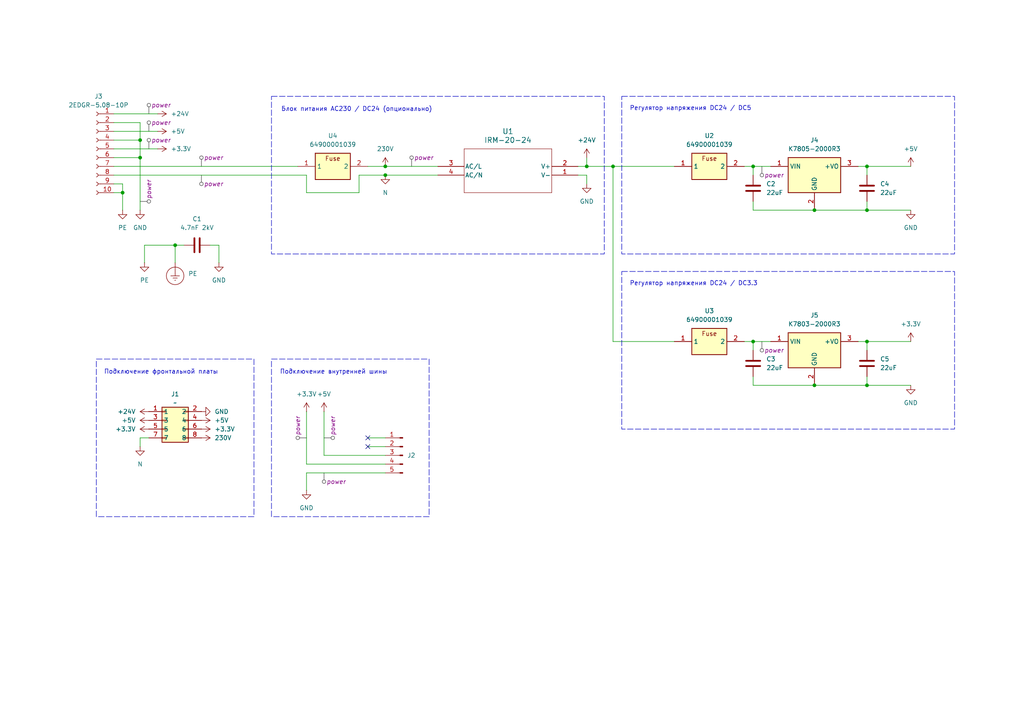
<source format=kicad_sch>
(kicad_sch (version 20231120) (generator "eeschema") (generator_version "8.0")
  (paper "A4")
  (lib_symbols
    (symbol "Mechanical:MountingHole" (pin_names (offset 1.016)) (exclude_from_sim yes) (in_bom no)
      (property "Reference" "H" (at 0 5.08 0))
      (property "Value" "MountingHole" (at 0 3.175 0))
      (symbol "MountingHole_0_1"
        (circle (center 0 0) (radius 1.27) (stroke (width 1.27)))
      )
    )
    (symbol "kicad_inventree_lib:C_22uF_50V_2220" (pin_numbers hide) (pin_names (offset 0.254))
      (property "Reference" "C" (at 0.635 2.54 0))
      (property "Value" "22uF" (at 0.635 -2.54 0))
      (symbol "C_22uF_50V_2220_0_1"
        (polyline (pts (xy -2.032 -0.762) (xy 2.032 -0.762)) (stroke (width 0.508)))
        (polyline (pts (xy -2.032 0.762) (xy 2.032 0.762)) (stroke (width 0.508)))
      )
      (symbol "C_22uF_50V_2220_1_1"
        (pin passive line (at 0 3.81 270) (length 2.794) (name "~") (number "1"))
        (pin passive line (at 0 -3.81 90) (length 2.794) (name "~") (number "2"))
      )
    )
    (symbol "kicad_inventree_lib:C_4.7nF_2kV_1812" (pin_numbers hide) (pin_names (offset 0.254))
      (property "Reference" "C" (at 0.635 2.54 0))
      (property "Value" "4.7nF 2kV" (at 0.635 -2.54 0))
      (symbol "C_4.7nF_2kV_1812_0_1"
        (polyline (pts (xy -2.032 -0.762) (xy 2.032 -0.762)) (stroke (width 0.508)))
        (polyline (pts (xy -2.032 0.762) (xy 2.032 0.762)) (stroke (width 0.508)))
      )
      (symbol "C_4.7nF_2kV_1812_1_1"
        (pin passive line (at 0 3.81 270) (length 2.794) (name "~") (number "1"))
        (pin passive line (at 0 -3.81 90) (length 2.794) (name "~") (number "2"))
      )
    )
    (symbol "kicad_inventree_lib:Degson_2EDGR-5.08-10P" (pin_names (offset 1.016) hide)
      (property "Reference" "J" (at 0 2.54 0))
      (property "Value" "2EDGR-5.08-10P" (at -2.794 -26.162 0))
      (symbol "Degson_2EDGR-5.08-10P_1_1"
        (arc (start 0 -22.352) (mid -0.5058 -22.86) (end 0 -23.368) (stroke (width 0.1524)))
        (arc (start 0 -19.812) (mid -0.5058 -20.32) (end 0 -20.828) (stroke (width 0.1524)))
        (arc (start 0 -17.272) (mid -0.5058 -17.78) (end 0 -18.288) (stroke (width 0.1524)))
        (arc (start 0 -14.732) (mid -0.5058 -15.24) (end 0 -15.748) (stroke (width 0.1524)))
        (arc (start 0 -12.192) (mid -0.5058 -12.7) (end 0 -13.208) (stroke (width 0.1524)))
        (arc (start 0 -9.652) (mid -0.5058 -10.16) (end 0 -10.668) (stroke (width 0.1524)))
        (arc (start 0 -7.112) (mid -0.5058 -7.62) (end 0 -8.128) (stroke (width 0.1524)))
        (arc (start 0 -4.572) (mid -0.5058 -5.08) (end 0 -5.588) (stroke (width 0.1524)))
        (arc (start 0 -2.032) (mid -0.5058 -2.54) (end 0 -3.048) (stroke (width 0.1524)))
        (polyline (pts (xy -1.27 -22.86) (xy -0.508 -22.86)) (stroke (width 0.1524)))
        (polyline (pts (xy -1.27 -20.32) (xy -0.508 -20.32)) (stroke (width 0.1524)))
        (polyline (pts (xy -1.27 -17.78) (xy -0.508 -17.78)) (stroke (width 0.1524)))
        (polyline (pts (xy -1.27 -15.24) (xy -0.508 -15.24)) (stroke (width 0.1524)))
        (polyline (pts (xy -1.27 -12.7) (xy -0.508 -12.7)) (stroke (width 0.1524)))
        (polyline (pts (xy -1.27 -10.16) (xy -0.508 -10.16)) (stroke (width 0.1524)))
        (polyline (pts (xy -1.27 -7.62) (xy -0.508 -7.62)) (stroke (width 0.1524)))
        (polyline (pts (xy -1.27 -5.08) (xy -0.508 -5.08)) (stroke (width 0.1524)))
        (polyline (pts (xy -1.27 -2.54) (xy -0.508 -2.54)) (stroke (width 0.1524)))
        (polyline (pts (xy -1.27 0) (xy -0.508 0)) (stroke (width 0.1524)))
        (arc (start 0 0.508) (mid -0.5058 0) (end 0 -0.508) (stroke (width 0.1524)))
        (pin passive line (at -5.08 0 0) (length 3.81) (name "Pin_1") (number "1"))
        (pin passive line (at -5.08 -22.86 0) (length 3.81) (name "Pin_10") (number "10"))
        (pin passive line (at -5.08 -2.54 0) (length 3.81) (name "Pin_2") (number "2"))
        (pin passive line (at -5.08 -5.08 0) (length 3.81) (name "Pin_3") (number "3"))
        (pin passive line (at -5.08 -7.62 0) (length 3.81) (name "Pin_4") (number "4"))
        (pin passive line (at -5.08 -10.16 0) (length 3.81) (name "Pin_5") (number "5"))
        (pin passive line (at -5.08 -12.7 0) (length 3.81) (name "Pin_6") (number "6"))
        (pin passive line (at -5.08 -15.24 0) (length 3.81) (name "Pin_7") (number "7"))
        (pin passive line (at -5.08 -17.78 0) (length 3.81) (name "Pin_8") (number "8"))
        (pin passive line (at -5.08 -20.32 0) (length 3.81) (name "Pin_9") (number "9"))
      )
    )
    (symbol "kicad_inventree_lib:Fuseholder"
      (property "Reference" "U" (at -0.762 5.588 0))
      (property "Value" "64900001039" (at -6.35 3.302 0))
      (symbol "Fuseholder_1_1"
        (rectangle (start -5.08 0) (end 5.08 -7.62) (stroke (width 0.254)) (fill (type background)))
        (text "Fuse" (at 0 -1.524 0) (effects (font (size 1.27 1.27))))
        (pin passive line (at -10.16 -3.81 0) (length 5.08) (name "1") (number "1"))
        (pin passive line (at 10.16 -3.81 180) (length 5.08) (name "2") (number "2"))
      )
    )
    (symbol "kicad_inventree_lib:IRM-20-24" (pin_names (offset 0.254))
      (property "Reference" "U" (at 0 5.08 0))
      (property "Value" "IRM-20-24" (at 0 2.54 0))
      (symbol "IRM-20-24_0_1"
        (polyline (pts (xy -12.7 -12.7) (xy 12.7 -12.7)) (stroke (width 0.127)))
        (polyline (pts (xy -12.7 0) (xy -12.7 -12.7)) (stroke (width 0.127)))
        (polyline (pts (xy 12.7 -12.7) (xy 12.7 0)) (stroke (width 0.127)))
        (polyline (pts (xy 12.7 0) (xy -12.7 0)) (stroke (width 0.127)))
        (pin power_in line (at 20.32 -7.62 180) (length 7.62) (name "V-") (number "1"))
        (pin power_in line (at 20.32 -5.08 180) (length 7.62) (name "V+") (number "2"))
        (pin unspecified line (at -20.32 -5.08 0) (length 7.62) (name "AC/L") (number "3"))
        (pin unspecified line (at -20.32 -7.62 0) (length 7.62) (name "AC/N") (number "4"))
      )
    )
    (symbol "kicad_inventree_lib:K7803-2000R3"
      (property "Reference" "J" (at -0.762 6.35 0))
      (property "Value" "K7803-2000R3" (at -7.112 3.556 0))
      (symbol "K7803-2000R3_1_1"
        (rectangle (start -7.62 0) (end 7.62 -10.16) (stroke (width 0.254)) (fill (type background)))
        (pin passive line (at -12.7 -2.54 0) (length 5.08) (name "VIN") (number "1"))
        (pin passive line (at 0 -15.24 90) (length 5.08) (name "GND") (number "2"))
        (pin passive line (at 12.7 -2.54 180) (length 5.08) (name "+VO") (number "3"))
      )
    )
    (symbol "kicad_inventree_lib:K7805-2000R3"
      (property "Reference" "J" (at -0.762 6.35 0))
      (property "Value" "K7805-2000R3" (at -7.112 3.556 0))
      (symbol "K7805-2000R3_1_1"
        (rectangle (start -7.62 0) (end 7.62 -10.16) (stroke (width 0.254)) (fill (type background)))
        (pin passive line (at -12.7 -2.54 0) (length 5.08) (name "VIN") (number "1"))
        (pin passive line (at 0 -15.24 90) (length 5.08) (name "GND") (number "2"))
        (pin passive line (at 12.7 -2.54 180) (length 5.08) (name "+VO") (number "3"))
      )
    )
    (symbol "kicad_inventree_lib:PE" (pin_numbers hide) (pin_names (offset 0) hide) (in_bom no)
      (property "Value" "PE" (at 0 -7.62 0))
      (symbol "PE_0_1"
        (circle (center 0 -3.81) (radius 2.54))
        (polyline (pts (xy -0.635 -4.445) (xy 0.635 -4.445)))
        (polyline (pts (xy -0.127 -5.08) (xy 0.127 -5.08)))
        (polyline (pts (xy 0 -3.81) (xy 0 0)))
        (polyline (pts (xy 1.27 -3.81) (xy -1.27 -3.81)))
      )
      (symbol "PE_1_1"
        (pin power_in line (at 0 0 270) (length 0) (name "~") (number "1"))
      )
    )
    (symbol "kicad_inventree_lib:PM-front-02x04" (in_bom no)
      (property "Reference" "J" (at 0 3.81 0))
      (symbol "PM-front-02x04_1_1"
        (rectangle (start -3.81 -8.763) (end -2.54 -9.017) (stroke (width 0.1524)))
        (rectangle (start -3.81 -6.223) (end -2.54 -6.477) (stroke (width 0.1524)))
        (rectangle (start -3.81 -3.683) (end -2.54 -3.937) (stroke (width 0.1524)))
        (rectangle (start -3.81 -1.143) (end -2.54 -1.397) (stroke (width 0.1524)))
        (rectangle (start -3.81 0) (end 3.81 -10.16) (stroke (width 0.254)) (fill (type background)))
        (rectangle (start 3.81 -8.763) (end 2.54 -9.017) (stroke (width 0.1524)))
        (rectangle (start 3.81 -6.223) (end 2.54 -6.477) (stroke (width 0.1524)))
        (rectangle (start 3.81 -3.683) (end 2.54 -3.937) (stroke (width 0.1524)))
        (rectangle (start 3.81 -1.143) (end 2.54 -1.397) (stroke (width 0.1524)))
        (pin passive line (at -7.62 -1.27 0) (length 3.81) (name "1") (number "1"))
        (pin passive line (at 7.62 -1.27 180) (length 3.81) (name "2") (number "2"))
        (pin passive line (at -7.62 -3.81 0) (length 3.81) (name "3") (number "3"))
        (pin passive line (at 7.62 -3.81 180) (length 3.81) (name "4") (number "4"))
        (pin passive line (at -7.62 -6.35 0) (length 3.81) (name "5") (number "5"))
        (pin passive line (at 7.62 -6.35 180) (length 3.81) (name "6") (number "6"))
        (pin passive line (at -7.62 -8.89 0) (length 3.81) (name "7") (number "7"))
        (pin passive line (at 7.62 -8.89 180) (length 3.81) (name "8") (number "8"))
      )
    )
    (symbol "kicad_inventree_lib:PinHeader_01x05_P2.54_THT_angle" (pin_names (offset 1.016) hide)
      (property "Reference" "J" (at 0 7.62 0))
      (property "Value" "PinHeader_01x05_P2.54_THT_angle" (at 0 -7.62 0))
      (symbol "PinHeader_01x05_P2.54_THT_angle_1_1"
        (polyline (pts (xy 1.27 -5.08) (xy 0.8636 -5.08)) (stroke (width 0.1524)))
        (polyline (pts (xy 1.27 -2.54) (xy 0.8636 -2.54)) (stroke (width 0.1524)))
        (polyline (pts (xy 1.27 0) (xy 0.8636 0)) (stroke (width 0.1524)))
        (polyline (pts (xy 1.27 2.54) (xy 0.8636 2.54)) (stroke (width 0.1524)))
        (polyline (pts (xy 1.27 5.08) (xy 0.8636 5.08)) (stroke (width 0.1524)))
        (rectangle (start 0.8636 -4.953) (end 0 -5.207) (stroke (width 0.1524)) (fill (type outline)))
        (rectangle (start 0.8636 -2.413) (end 0 -2.667) (stroke (width 0.1524)) (fill (type outline)))
        (rectangle (start 0.8636 0.127) (end 0 -0.127) (stroke (width 0.1524)) (fill (type outline)))
        (rectangle (start 0.8636 2.667) (end 0 2.413) (stroke (width 0.1524)) (fill (type outline)))
        (rectangle (start 0.8636 5.207) (end 0 4.953) (stroke (width 0.1524)) (fill (type outline)))
        (pin passive line (at 5.08 5.08 180) (length 3.81) (name "Pin_1") (number "1"))
        (pin passive line (at 5.08 2.54 180) (length 3.81) (name "Pin_2") (number "2"))
        (pin passive line (at 5.08 0 180) (length 3.81) (name "Pin_3") (number "3"))
        (pin passive line (at 5.08 -2.54 180) (length 3.81) (name "Pin_4") (number "4"))
        (pin passive line (at 5.08 -5.08 180) (length 3.81) (name "Pin_5") (number "5"))
      )
    )
    (symbol "power:+24V" (power) (pin_numbers hide) (pin_names (offset 0) hide)
      (property "Value" "+24V" (at 0 3.556 0))
      (symbol "+24V_0_1"
        (polyline (pts (xy -0.762 1.27) (xy 0 2.54)))
        (polyline (pts (xy 0 0) (xy 0 2.54)))
        (polyline (pts (xy 0 2.54) (xy 0.762 1.27)))
      )
      (symbol "+24V_1_1"
        (pin power_in line (at 0 0 90) (length 0) (name "~") (number "1"))
      )
    )
    (symbol "power:+3.3V" (power) (pin_numbers hide) (pin_names (offset 0) hide)
      (property "Value" "+3.3V" (at 0 3.556 0))
      (symbol "+3.3V_0_1"
        (polyline (pts (xy -0.762 1.27) (xy 0 2.54)))
        (polyline (pts (xy 0 0) (xy 0 2.54)))
        (polyline (pts (xy 0 2.54) (xy 0.762 1.27)))
      )
      (symbol "+3.3V_1_1"
        (pin power_in line (at 0 0 90) (length 0) (name "~") (number "1"))
      )
    )
    (symbol "power:+5V" (power) (pin_numbers hide) (pin_names (offset 0) hide)
      (property "Value" "+5V" (at 0 3.556 0))
      (symbol "+5V_0_1"
        (polyline (pts (xy -0.762 1.27) (xy 0 2.54)))
        (polyline (pts (xy 0 0) (xy 0 2.54)))
        (polyline (pts (xy 0 2.54) (xy 0.762 1.27)))
      )
      (symbol "+5V_1_1"
        (pin power_in line (at 0 0 90) (length 0) (name "~") (number "1"))
      )
    )
    (symbol "power:GND" (power) (pin_numbers hide) (pin_names (offset 0) hide)
      (property "Value" "GND" (at 0 -3.81 0))
      (symbol "GND_0_1"
        (polyline (pts (xy 0 0) (xy 0 -1.27) (xy 1.27 -1.27) (xy 0 -2.54) (xy -1.27 -1.27) (xy 0 -1.27)))
      )
      (symbol "GND_1_1"
        (pin power_in line (at 0 0 270) (length 0) (name "~") (number "1"))
      )
    )
  )
  (junction (at 218.44 48.26))
  (junction (at 170.18 48.26))
  (junction (at 40.64 45.72))
  (junction (at 236.22 60.96))
  (junction (at 40.64 40.64))
  (junction (at 236.22 111.76))
  (junction (at 111.76 48.26))
  (junction (at 218.44 99.06))
  (junction (at 251.46 99.06))
  (junction (at 251.46 111.76))
  (junction (at 35.56 55.88))
  (junction (at 50.8 71.12))
  (junction (at 251.46 60.96))
  (junction (at 177.8 48.26))
  (junction (at 251.46 48.26))
  (junction (at 111.76 50.8))
  (no_connect (at 106.68 129.54))
  (no_connect (at 106.68 127))
  (wire (pts (xy 35.56 53.34) (xy 33.02 53.34)))
  (wire (pts (xy 40.64 40.64) (xy 40.64 35.56)))
  (wire (pts (xy 218.44 111.76) (xy 218.44 109.22)))
  (wire (pts (xy 35.56 60.96) (xy 35.56 55.88)))
  (wire (pts (xy 215.9 48.26) (xy 218.44 48.26)))
  (wire (pts (xy 41.91 71.12) (xy 50.8 71.12)))
  (wire (pts (xy 251.46 58.42) (xy 251.46 60.96)))
  (wire (pts (xy 104.14 50.8) (xy 111.76 50.8)))
  (wire (pts (xy 195.58 99.06) (xy 177.8 99.06)))
  (wire (pts (xy 88.9 137.16) (xy 88.9 142.24)))
  (wire (pts (xy 88.9 50.8) (xy 88.9 55.88)))
  (wire (pts (xy 88.9 134.62) (xy 111.76 134.62)))
  (wire (pts (xy 50.8 71.12) (xy 50.8 76.2)))
  (wire (pts (xy 248.92 99.06) (xy 251.46 99.06)))
  (wire (pts (xy 40.64 35.56) (xy 33.02 35.56)))
  (wire (pts (xy 218.44 60.96) (xy 236.22 60.96)))
  (wire (pts (xy 170.18 48.26) (xy 177.8 48.26)))
  (wire (pts (xy 104.14 50.8) (xy 104.14 55.88)))
  (wire (pts (xy 33.02 43.18) (xy 45.72 43.18)))
  (wire (pts (xy 167.64 48.26) (xy 170.18 48.26)))
  (wire (pts (xy 106.68 48.26) (xy 111.76 48.26)))
  (wire (pts (xy 35.56 55.88) (xy 35.56 53.34)))
  (wire (pts (xy 218.44 48.26) (xy 223.52 48.26)))
  (wire (pts (xy 33.02 38.1) (xy 45.72 38.1)))
  (wire (pts (xy 111.76 48.26) (xy 127 48.26)))
  (wire (pts (xy 93.98 132.08) (xy 111.76 132.08)))
  (wire (pts (xy 251.46 48.26) (xy 251.46 50.8)))
  (wire (pts (xy 236.22 60.96) (xy 251.46 60.96)))
  (wire (pts (xy 251.46 111.76) (xy 264.16 111.76)))
  (wire (pts (xy 106.68 127) (xy 111.76 127)))
  (wire (pts (xy 88.9 137.16) (xy 111.76 137.16)))
  (wire (pts (xy 251.46 99.06) (xy 264.16 99.06)))
  (wire (pts (xy 111.76 50.8) (xy 127 50.8)))
  (wire (pts (xy 170.18 50.8) (xy 170.18 53.34)))
  (wire (pts (xy 251.46 109.22) (xy 251.46 111.76)))
  (wire (pts (xy 177.8 48.26) (xy 177.8 99.06)))
  (wire (pts (xy 251.46 99.06) (xy 251.46 101.6)))
  (wire (pts (xy 33.02 40.64) (xy 40.64 40.64)))
  (wire (pts (xy 215.9 99.06) (xy 218.44 99.06)))
  (wire (pts (xy 88.9 55.88) (xy 104.14 55.88)))
  (wire (pts (xy 93.98 119.38) (xy 93.98 132.08)))
  (wire (pts (xy 218.44 48.26) (xy 218.44 50.8)))
  (wire (pts (xy 236.22 111.76) (xy 251.46 111.76)))
  (wire (pts (xy 33.02 55.88) (xy 35.56 55.88)))
  (wire (pts (xy 63.5 71.12) (xy 63.5 76.2)))
  (wire (pts (xy 41.91 76.2) (xy 41.91 71.12)))
  (wire (pts (xy 106.68 129.54) (xy 111.76 129.54)))
  (wire (pts (xy 33.02 48.26) (xy 86.36 48.26)))
  (wire (pts (xy 248.92 48.26) (xy 251.46 48.26)))
  (wire (pts (xy 170.18 48.26) (xy 170.18 45.72)))
  (wire (pts (xy 40.64 129.54) (xy 40.64 127)))
  (wire (pts (xy 40.64 45.72) (xy 40.64 60.96)))
  (wire (pts (xy 251.46 48.26) (xy 264.16 48.26)))
  (wire (pts (xy 33.02 50.8) (xy 88.9 50.8)))
  (wire (pts (xy 218.44 99.06) (xy 218.44 101.6)))
  (wire (pts (xy 218.44 111.76) (xy 236.22 111.76)))
  (wire (pts (xy 60.96 71.12) (xy 63.5 71.12)))
  (wire (pts (xy 177.8 48.26) (xy 195.58 48.26)))
  (wire (pts (xy 40.64 127) (xy 43.18 127)))
  (wire (pts (xy 53.34 71.12) (xy 50.8 71.12)))
  (wire (pts (xy 33.02 33.02) (xy 45.72 33.02)))
  (wire (pts (xy 218.44 99.06) (xy 223.52 99.06)))
  (wire (pts (xy 40.64 45.72) (xy 40.64 40.64)))
  (wire (pts (xy 33.02 45.72) (xy 40.64 45.72)))
  (wire (pts (xy 167.64 50.8) (xy 170.18 50.8)))
  (wire (pts (xy 251.46 60.96) (xy 264.16 60.96)))
  (wire (pts (xy 218.44 60.96) (xy 218.44 58.42)))
  (wire (pts (xy 88.9 119.38) (xy 88.9 134.62)))
  (rectangle (start 27.94 104.14) (end 73.66 149.86) (stroke (width 0) (type dash)))
  (rectangle (start 180.34 27.94) (end 276.86 73.66) (stroke (width 0) (type dash)))
  (rectangle (start 78.74 104.14) (end 124.46 149.86) (stroke (width 0) (type dash)))
  (rectangle (start 78.74 27.94) (end 175.26 73.66) (stroke (width 0) (type dash)))
  (rectangle (start 180.34 78.74) (end 276.86 124.46) (stroke (width 0) (type dash)))
  (text "Регулятор напряжения DC24 / DC3.3" (at 182.626 82.296 0) (effects (font (size 1.27 1.27)) (justify left)))
  (text "Блок питания AC230 / DC24 (опционально)" (at 81.534 31.75 0) (effects (font (size 1.27 1.27)) (justify left)))
  (text "Подключение фронтальной платы" (at 46.736 107.95 0) (effects (font (size 1.27 1.27))))
  (text "Подключение внутренней шины" (at 96.774 107.95 0) (effects (font (size 1.27 1.27))))
  (text "Регулятор напряжения DC24 / DC5" (at 182.626 31.496 0) (effects (font (size 1.27 1.27)) (justify left)))
  (netclass_flag "" (length 2.54) (shape round) (at 43.18 38.1 0) (property "Netclass" "power" (at 43.8785 35.56 0) (effects (font (italic yes)) (justify left))))
  (netclass_flag "" (length 2.54) (shape round) (at 88.9 127 90) (property "Netclass" "power" (at 86.36 126.3015 90) (effects (font (italic yes)) (justify left))))
  (netclass_flag "" (length 2.54) (shape round) (at 93.98 137.16 180) (property "Netclass" "power" (at 94.6785 139.7 0) (effects (font (italic yes)) (justify left))))
  (netclass_flag "" (length 2.54) (shape round) (at 43.18 43.18 0) (property "Netclass" "power" (at 43.8785 40.64 0) (effects (font (italic yes)) (justify left))))
  (netclass_flag "" (length 2.54) (shape round) (at 43.18 33.02 0) (property "Netclass" "power" (at 43.8785 30.48 0) (effects (font (italic yes)) (justify left))))
  (netclass_flag "" (length 2.54) (shape round) (at 40.64 58.42 270) (property "Netclass" "power" (at 43.18 57.7215 90) (effects (font (italic yes)) (justify left))))
  (netclass_flag "" (length 2.54) (shape round) (at 220.98 48.26 180) (property "Netclass" "power" (at 221.6785 50.8 0) (effects (font (italic yes)) (justify left))))
  (netclass_flag "" (length 2.54) (shape round) (at 119.38 48.26 0) (property "Netclass" "power" (at 120.0785 45.72 0) (effects (font (italic yes)) (justify left))))
  (netclass_flag "" (length 2.54) (shape round) (at 220.98 99.06 180) (property "Netclass" "power" (at 221.6785 101.6 0) (effects (font (italic yes)) (justify left))))
  (netclass_flag "" (length 2.54) (shape round) (at 93.98 127 270) (property "Netclass" "power" (at 96.52 126.3015 90) (effects (font (italic yes)) (justify left))))
  (netclass_flag "" (length 2.54) (shape round) (at 58.42 50.8 180) (property "Netclass" "power" (at 59.1185 53.34 0) (effects (font (italic yes)) (justify left))))
  (netclass_flag "" (length 2.54) (shape round) (at 58.42 48.26 0) (property "Netclass" "power" (at 59.1185 45.72 0) (effects (font (italic yes)) (justify left))))
  (symbol (lib_id "kicad_inventree_lib:C_22uF_50V_2220") (at 251.46 54.61 0) (unit 1)
    (property "Reference" "C4" (at 255.27 53.3399 0) (effects (justify left)))
    (property "Value" "22uF" (at 255.27 55.8799 0) (effects (justify left)))
    (property "Footprint" "kicad_inventree_lib:C_2220_5750Metric_Pad1.97x5.40mm_HandSolder" (effects (hide yes)))
    (property "Datasheet" "http://inventree.network/part/99/" (effects (hide yes)))
    (property "Description" "Unpolarized capacitor" (effects (hide yes)))
    (property "part_ipn" "C_22uF_50V_2220" (effects (hide yes)))
  )
  (symbol (lib_id "power:+24V") (at 45.72 33.02 270) (unit 1)
    (property "Reference" "#PWR09" (effects (hide yes)))
    (property "Value" "+24V" (at 49.53 33.0199 90) (effects (justify left)))
    (property "Description" "Power symbol creates a global label with name \"+24V\"" (effects (hide yes)))
  )
  (symbol (lib_id "kicad_inventree_lib:PE") (at 50.8 76.2 0) (unit 1) (in_bom no)
    (property "Reference" "PE1" (effects (hide yes)))
    (property "Value" "PE" (at 54.61 79.3749 0) (effects (justify left)))
    (property "Footprint" "kicad_inventree_lib:PE" (effects (hide yes)))
    (property "Description" "Power symbol creates a global label with name \"Earth_Protective\"" (effects (hide yes)))
  )
  (symbol (lib_id "Mechanical:MountingHole") (at 279.4 254 0) (unit 1) (exclude_from_sim yes) (in_bom no)
    (property "Reference" "H1" (at 281.94 252.7299 0) (effects (justify left)))
    (property "Value" "MountingHole" (at 281.94 255.2699 0) (effects (justify left)))
    (property "Footprint" "MountingHole:MountingHole_3.2mm_M3" (effects (hide yes)))
    (property "Description" "Mounting Hole without connection" (effects (hide yes)))
  )
  (symbol (lib_id "power:+5V") (at 58.42 127 270) (unit 1)
    (property "Reference" "#PWR017" (effects (hide yes)))
    (property "Value" "230V" (at 62.23 126.9999 90) (effects (justify left)))
    (property "Description" "Power symbol creates a global label with name \"+5V\"" (effects (hide yes)))
  )
  (symbol (lib_id "kicad_inventree_lib:PM-front-02x04") (at 50.8 118.11 0) (unit 1) (in_bom no)
    (property "Reference" "J1" (at 50.8 114.3 0))
    (property "Value" "~" (at 50.8 116.84 0))
    (property "Footprint" "kicad_inventree_lib:PM-front-02x04" (effects (hide yes)))
  )
  (symbol (lib_id "power:+24V") (at 170.18 45.72 0) (unit 1)
    (property "Reference" "#PWR06" (effects (hide yes)))
    (property "Value" "+24V" (at 170.18 40.64 0))
    (property "Description" "Power symbol creates a global label with name \"+24V\"" (effects (hide yes)))
  )
  (symbol (lib_id "power:+5V") (at 43.18 121.92 90) (unit 1)
    (property "Reference" "#PWR025" (effects (hide yes)))
    (property "Value" "+5V" (at 39.37 121.9199 90) (effects (justify left)))
    (property "Description" "Power symbol creates a global label with name \"+5V\"" (effects (hide yes)))
  )
  (symbol (lib_id "power:GND") (at 111.76 50.8 0) (unit 1)
    (property "Reference" "#PWR04" (effects (hide yes)))
    (property "Value" "N" (at 111.76 55.88 0))
    (property "Description" "Power symbol creates a global label with name \"GND\" , ground" (effects (hide yes)))
  )
  (symbol (lib_id "kicad_inventree_lib:C_22uF_50V_2220") (at 218.44 54.61 0) (unit 1)
    (property "Reference" "C2" (at 222.25 53.3399 0) (effects (justify left)))
    (property "Value" "22uF" (at 222.25 55.8799 0) (effects (justify left)))
    (property "Footprint" "kicad_inventree_lib:C_2220_5750Metric_Pad1.97x5.40mm_HandSolder" (effects (hide yes)))
    (property "Datasheet" "http://inventree.network/part/99/" (effects (hide yes)))
    (property "Description" "Unpolarized capacitor" (effects (hide yes)))
    (property "part_ipn" "C_22uF_50V_2220" (effects (hide yes)))
  )
  (symbol (lib_id "kicad_inventree_lib:Fuseholder") (at 205.74 95.25 0) (unit 1)
    (property "Reference" "U3" (at 205.74 90.17 0))
    (property "Value" "64900001039" (at 205.74 92.71 0))
    (property "Footprint" "NextPCB:Fuseholder" (effects (hide yes)))
    (property "Datasheet" "http://inventree.network/part/23/" (effects (hide yes)))
    (property "Description" "5x20mm Fuseholder 6.3A 250V Littelfuse 6.3A PCB Mount Fuse Holder for 5 x 20mm Cartridge Fuse, 250 V" (effects (hide yes)))
    (property "Manufacturer_Name" "LITTELFUSE" (effects (hide yes)))
    (property "Manufacturer_Part_Number" "64900001039" (effects (hide yes)))
    (property "Mouser Part Number" "576-64900001039" (effects (hide yes)))
    (property "Mouser Price/Stock" "https://www.mouser.co.uk/ProductDetail/Littelfuse/64900001039?qs=hH%252BOa0VZEiArPloPoB86OA%3D%3D" (effects (hide yes)))
    (property "Arrow Part Number" "64900001039" (effects (hide yes)))
    (property "Arrow Price/Stock" "https://www.arrow.com/en/products/64900001039/littelfuse?region=nac" (effects (hide yes)))
    (property "NextPCB_url" "https://www.hqonline.com/product-detail/fuse-holders---clips---boxes-littelfuse-64900001039-1005256123" (effects (hide yes)))
    (property "NextPCB_price" "0.13489" (effects (hide yes)))
    (property "part_ipn" "64900001039" (effects (hide yes)))
  )
  (symbol (lib_id "power:+5V") (at 45.72 38.1 270) (unit 1)
    (property "Reference" "#PWR010" (effects (hide yes)))
    (property "Value" "+5V" (at 49.53 38.0999 90) (effects (justify left)))
    (property "Description" "Power symbol creates a global label with name \"+5V\"" (effects (hide yes)))
  )
  (symbol (lib_id "kicad_inventree_lib:Degson_2EDGR-5.08-10P") (at 27.94 33.02 0) (mirror y) (unit 1)
    (property "Reference" "J3" (at 28.575 27.94 0))
    (property "Value" "2EDGR-5.08-10P" (at 28.575 30.48 0))
    (property "Footprint" "kicad_inventree_lib:Degson_2EDGR-5.08-10P" (effects (hide yes)))
    (property "Datasheet" "http://inventree.network/part/144/" (effects (hide yes)))
    (property "Description" "01x10" (effects (hide yes)))
    (property "part_ipn" "2EDGR-5.08-10P" (effects (hide yes)))
  )
  (symbol (lib_id "power:+5V") (at 93.98 119.38 0) (unit 1)
    (property "Reference" "#PWR03" (effects (hide yes)))
    (property "Value" "+5V" (at 93.98 114.3 0))
    (property "Description" "Power symbol creates a global label with name \"+5V\"" (effects (hide yes)))
  )
  (symbol (lib_id "kicad_inventree_lib:K7805-2000R3") (at 236.22 45.72 0) (unit 1)
    (property "Reference" "J4" (at 236.22 40.64 0))
    (property "Value" "K7805-2000R3" (at 236.22 43.18 0))
    (property "Footprint" "kicad_inventree_lib:K7805-2000R3" (effects (hide yes)))
    (property "Datasheet" "http://inventree.network/part/98/" (effects (hide yes)))
    (property "Description" "K7805-2000R3" (effects (hide yes)))
    (property "Height" "18" (effects (hide yes)))
    (property "Manufacturer_Name" "RS Pro" (effects (hide yes)))
    (property "Manufacturer_Part_Number" "K7805-2000R3" (effects (hide yes)))
    (property "part_ipn" "K7805-2000R3" (effects (hide yes)))
  )
  (symbol (lib_id "kicad_inventree_lib:PinHeader_01x05_P2.54_THT_angle") (at 116.84 132.08 0) (mirror y) (unit 1)
    (property "Reference" "J2" (at 118.11 132.0799 0) (effects (justify right)))
    (property "Value" "PinHeader_01x05_P2.54_THT_angle" (effects (hide yes)))
    (property "Footprint" "Connector_PinHeader_2.54mm:PinHeader_1x05_P2.54mm_Horizontal" (effects (hide yes)))
    (property "Datasheet" "http://inventree.network/part/110/" (effects (hide yes)))
    (property "Description" "Generic connector, single row, 01x05, script generated" (effects (hide yes)))
    (property "part_ipn" "PinHeader_01x05_P2.54_THT_angle" (effects (hide yes)))
  )
  (symbol (lib_id "power:+5V") (at 264.16 99.06 0) (unit 1)
    (property "Reference" "#PWR023" (effects (hide yes)))
    (property "Value" "+3.3V" (at 264.16 93.98 0))
    (property "Description" "Power symbol creates a global label with name \"+5V\"" (effects (hide yes)))
  )
  (symbol (lib_id "kicad_inventree_lib:Fuseholder") (at 96.52 44.45 0) (unit 1)
    (property "Reference" "U4" (at 96.52 39.37 0))
    (property "Value" "64900001039" (at 96.52 41.91 0))
    (property "Footprint" "NextPCB:Fuseholder" (effects (hide yes)))
    (property "Datasheet" "http://inventree.network/part/23/" (effects (hide yes)))
    (property "Description" "5x20mm Fuseholder 6.3A 250V Littelfuse 6.3A PCB Mount Fuse Holder for 5 x 20mm Cartridge Fuse, 250 V" (effects (hide yes)))
    (property "Manufacturer_Name" "LITTELFUSE" (effects (hide yes)))
    (property "Manufacturer_Part_Number" "64900001039" (effects (hide yes)))
    (property "Mouser Part Number" "576-64900001039" (effects (hide yes)))
    (property "Mouser Price/Stock" "https://www.mouser.co.uk/ProductDetail/Littelfuse/64900001039?qs=hH%252BOa0VZEiArPloPoB86OA%3D%3D" (effects (hide yes)))
    (property "Arrow Part Number" "64900001039" (effects (hide yes)))
    (property "Arrow Price/Stock" "https://www.arrow.com/en/products/64900001039/littelfuse?region=nac" (effects (hide yes)))
    (property "NextPCB_url" "https://www.hqonline.com/product-detail/fuse-holders---clips---boxes-littelfuse-64900001039-1005256123" (effects (hide yes)))
    (property "NextPCB_price" "0.13489" (effects (hide yes)))
    (property "part_ipn" "64900001039" (effects (hide yes)))
    (property "optional" "1" (effects (hide yes)))
  )
  (symbol (lib_id "kicad_inventree_lib:K7803-2000R3") (at 236.22 96.52 0) (unit 1)
    (property "Reference" "J5" (at 236.22 91.44 0))
    (property "Value" "K7803-2000R3" (at 236.22 93.98 0))
    (property "Footprint" "kicad_inventree_lib:K7805-2000R3" (effects (hide yes)))
    (property "Datasheet" "http://inventree.network/part/118/" (effects (hide yes)))
    (property "Description" "K7803-2000R3" (effects (hide yes)))
    (property "part_ipn" "K7803-2000R3" (effects (hide yes)))
  )
  (symbol (lib_id "kicad_inventree_lib:C_22uF_50V_2220") (at 251.46 105.41 0) (unit 1)
    (property "Reference" "C5" (at 255.27 104.1399 0) (effects (justify left)))
    (property "Value" "22uF" (at 255.27 106.6799 0) (effects (justify left)))
    (property "Footprint" "kicad_inventree_lib:C_2220_5750Metric_Pad1.97x5.40mm_HandSolder" (effects (hide yes)))
    (property "Datasheet" "http://inventree.network/part/99/" (effects (hide yes)))
    (property "Description" "Unpolarized capacitor" (effects (hide yes)))
    (property "part_ipn" "C_22uF_50V_2220" (effects (hide yes)))
  )
  (symbol (lib_id "power:GND") (at 35.56 60.96 0) (unit 1)
    (property "Reference" "#PWR012" (effects (hide yes)))
    (property "Value" "PE" (at 35.56 66.04 0))
    (property "Description" "Power symbol creates a global label with name \"GND\" , ground" (effects (hide yes)))
  )
  (symbol (lib_id "power:+5V") (at 111.76 48.26 0) (unit 1)
    (property "Reference" "#PWR021" (effects (hide yes)))
    (property "Value" "230V" (at 111.76 43.18 0))
    (property "Description" "Power symbol creates a global label with name \"+5V\"" (effects (hide yes)))
  )
  (symbol (lib_id "power:+24V") (at 43.18 119.38 90) (unit 1)
    (property "Reference" "#PWR014" (effects (hide yes)))
    (property "Value" "+24V" (at 39.37 119.3799 90) (effects (justify left)))
    (property "Description" "Power symbol creates a global label with name \"+24V\"" (effects (hide yes)))
  )
  (symbol (lib_id "power:GND") (at 58.42 119.38 90) (unit 1)
    (property "Reference" "#PWR05" (effects (hide yes)))
    (property "Value" "GND" (at 62.23 119.3799 90) (effects (justify right)))
    (property "Description" "Power symbol creates a global label with name \"GND\" , ground" (effects (hide yes)))
  )
  (symbol (lib_id "power:GND") (at 40.64 60.96 0) (unit 1)
    (property "Reference" "#PWR08" (effects (hide yes)))
    (property "Value" "GND" (at 40.64 66.04 0))
    (property "Description" "Power symbol creates a global label with name \"GND\" , ground" (effects (hide yes)))
  )
  (symbol (lib_id "power:+5V") (at 264.16 48.26 0) (unit 1)
    (property "Reference" "#PWR019" (effects (hide yes)))
    (property "Value" "+5V" (at 264.16 43.18 0))
    (property "Description" "Power symbol creates a global label with name \"+5V\"" (effects (hide yes)))
  )
  (symbol (lib_id "Mechanical:MountingHole") (at 279.4 259.08 0) (unit 1) (exclude_from_sim yes) (in_bom no)
    (property "Reference" "H2" (at 281.94 257.8099 0) (effects (justify left)))
    (property "Value" "MountingHole" (at 281.94 260.3499 0) (effects (justify left)))
    (property "Footprint" "MountingHole:MountingHole_3.2mm_M3" (effects (hide yes)))
    (property "Description" "Mounting Hole without connection" (effects (hide yes)))
  )
  (symbol (lib_id "power:+5V") (at 88.9 119.38 0) (unit 1)
    (property "Reference" "#PWR01" (effects (hide yes)))
    (property "Value" "+3.3V" (at 88.9 114.3 0))
    (property "Description" "Power symbol creates a global label with name \"+5V\"" (effects (hide yes)))
  )
  (symbol (lib_id "power:+3.3V") (at 45.72 43.18 270) (unit 1)
    (property "Reference" "#PWR011" (effects (hide yes)))
    (property "Value" "+3.3V" (at 49.53 43.1799 90) (effects (justify left)))
    (property "Description" "Power symbol creates a global label with name \"+3.3V\"" (effects (hide yes)))
  )
  (symbol (lib_id "power:GND") (at 170.18 53.34 0) (unit 1)
    (property "Reference" "#PWR07" (effects (hide yes)))
    (property "Value" "GND" (at 170.18 58.42 0))
    (property "Description" "Power symbol creates a global label with name \"GND\" , ground" (effects (hide yes)))
  )
  (symbol (lib_id "power:GND") (at 264.16 60.96 0) (unit 1)
    (property "Reference" "#PWR022" (effects (hide yes)))
    (property "Value" "GND" (at 264.16 66.04 0))
    (property "Description" "Power symbol creates a global label with name \"GND\" , ground" (effects (hide yes)))
  )
  (symbol (lib_id "power:GND") (at 264.16 111.76 0) (unit 1)
    (property "Reference" "#PWR024" (effects (hide yes)))
    (property "Value" "GND" (at 264.16 116.84 0))
    (property "Description" "Power symbol creates a global label with name \"GND\" , ground" (effects (hide yes)))
  )
  (symbol (lib_id "power:GND") (at 63.5 76.2 0) (unit 1)
    (property "Reference" "#PWR013" (effects (hide yes)))
    (property "Value" "GND" (at 63.5 81.28 0))
    (property "Description" "Power symbol creates a global label with name \"GND\" , ground" (effects (hide yes)))
  )
  (symbol (lib_id "power:GND") (at 40.64 129.54 0) (unit 1)
    (property "Reference" "#PWR020" (effects (hide yes)))
    (property "Value" "N" (at 40.64 134.62 0))
    (property "Description" "Power symbol creates a global label with name \"GND\" , ground" (effects (hide yes)))
  )
  (symbol (lib_id "kicad_inventree_lib:C_22uF_50V_2220") (at 218.44 105.41 0) (unit 1)
    (property "Reference" "C3" (at 222.25 104.1399 0) (effects (justify left)))
    (property "Value" "22uF" (at 222.25 106.6799 0) (effects (justify left)))
    (property "Footprint" "kicad_inventree_lib:C_2220_5750Metric_Pad1.97x5.40mm_HandSolder" (effects (hide yes)))
    (property "Datasheet" "http://inventree.network/part/99/" (effects (hide yes)))
    (property "Description" "Unpolarized capacitor" (effects (hide yes)))
    (property "part_ipn" "C_22uF_50V_2220" (effects (hide yes)))
  )
  (symbol (lib_id "kicad_inventree_lib:Fuseholder") (at 205.74 44.45 0) (unit 1)
    (property "Reference" "U2" (at 205.74 39.37 0))
    (property "Value" "64900001039" (at 205.74 41.91 0))
    (property "Footprint" "NextPCB:Fuseholder" (effects (hide yes)))
    (property "Datasheet" "http://inventree.network/part/23/" (effects (hide yes)))
    (property "Description" "5x20mm Fuseholder 6.3A 250V Littelfuse 6.3A PCB Mount Fuse Holder for 5 x 20mm Cartridge Fuse, 250 V" (effects (hide yes)))
    (property "Manufacturer_Name" "LITTELFUSE" (effects (hide yes)))
    (property "Manufacturer_Part_Number" "64900001039" (effects (hide yes)))
    (property "Mouser Part Number" "576-64900001039" (effects (hide yes)))
    (property "Mouser Price/Stock" "https://www.mouser.co.uk/ProductDetail/Littelfuse/64900001039?qs=hH%252BOa0VZEiArPloPoB86OA%3D%3D" (effects (hide yes)))
    (property "Arrow Part Number" "64900001039" (effects (hide yes)))
    (property "Arrow Price/Stock" "https://www.arrow.com/en/products/64900001039/littelfuse?region=nac" (effects (hide yes)))
    (property "NextPCB_url" "https://www.hqonline.com/product-detail/fuse-holders---clips---boxes-littelfuse-64900001039-1005256123" (effects (hide yes)))
    (property "NextPCB_price" "0.13489" (effects (hide yes)))
    (property "part_ipn" "64900001039" (effects (hide yes)))
  )
  (symbol (lib_id "kicad_inventree_lib:IRM-20-24") (at 147.32 43.18 0) (unit 1)
    (property "Reference" "U1" (at 147.32 38.1 0) (effects (font (size 1.524 1.524))))
    (property "Value" "IRM-20-24" (at 147.32 40.64 0) (effects (font (size 1.524 1.524))))
    (property "Footprint" "kicad_inventree_lib:IRM-20-24_MWU" (effects (hide yes)))
    (property "Datasheet" "http://inventree.network/part/143/" (effects (hide yes)))
    (property "part_ipn" "IRM-20-24" (effects (hide yes)))
    (property "optional" "1" (effects (hide yes)))
  )
  (symbol (lib_id "power:GND") (at 88.9 142.24 0) (unit 1)
    (property "Reference" "#PWR02" (effects (hide yes)))
    (property "Value" "GND" (at 88.9 147.32 0))
    (property "Description" "Power symbol creates a global label with name \"GND\" , ground" (effects (hide yes)))
  )
  (symbol (lib_id "power:+3.3V") (at 58.42 124.46 270) (unit 1)
    (property "Reference" "#PWR016" (effects (hide yes)))
    (property "Value" "+3.3V" (at 62.23 124.4599 90) (effects (justify left)))
    (property "Description" "Power symbol creates a global label with name \"+3.3V\"" (effects (hide yes)))
  )
  (symbol (lib_id "kicad_inventree_lib:C_4.7nF_2kV_1812") (at 57.15 71.12 90) (unit 1)
    (property "Reference" "C1" (at 57.15 63.5 90))
    (property "Value" "4.7nF 2kV" (at 57.15 66.04 90))
    (property "Footprint" "Capacitor_SMD:C_1812_4532Metric_Pad1.57x3.40mm_HandSolder" (effects (hide yes)))
    (property "Datasheet" "http://inventree.network/part/112/" (effects (hide yes)))
    (property "Description" "Unpolarized capacitor" (effects (hide yes)))
    (property "part_ipn" "C_4.7nF_2kV_1812" (effects (hide yes)))
  )
  (symbol (lib_id "power:+5V") (at 58.42 121.92 270) (unit 1)
    (property "Reference" "#PWR015" (effects (hide yes)))
    (property "Value" "+5V" (at 62.23 121.9199 90) (effects (justify left)))
    (property "Description" "Power symbol creates a global label with name \"+5V\"" (effects (hide yes)))
  )
  (symbol (lib_id "power:+3.3V") (at 43.18 124.46 90) (unit 1)
    (property "Reference" "#PWR026" (effects (hide yes)))
    (property "Value" "+3.3V" (at 39.37 124.4599 90) (effects (justify left)))
    (property "Description" "Power symbol creates a global label with name \"+3.3V\"" (effects (hide yes)))
  )
  (symbol (lib_id "power:GND") (at 41.91 76.2 0) (unit 1)
    (property "Reference" "#PWR027" (effects (hide yes)))
    (property "Value" "PE" (at 41.91 81.28 0))
    (property "Description" "Power symbol creates a global label with name \"GND\" , ground" (effects (hide yes)))
  )
  (symbol (lib_id "Mechanical:MountingHole") (at 279.4 264.16 0) (unit 1) (exclude_from_sim yes) (in_bom no)
    (property "Reference" "H3" (at 281.94 262.8899 0) (effects (justify left)))
    (property "Value" "MountingHole" (at 281.94 265.4299 0) (effects (justify left)))
    (property "Footprint" "MountingHole:MountingHole_3.2mm_M3" (effects (hide yes)))
    (property "Description" "Mounting Hole without connection" (effects (hide yes)))
  )
)
</source>
